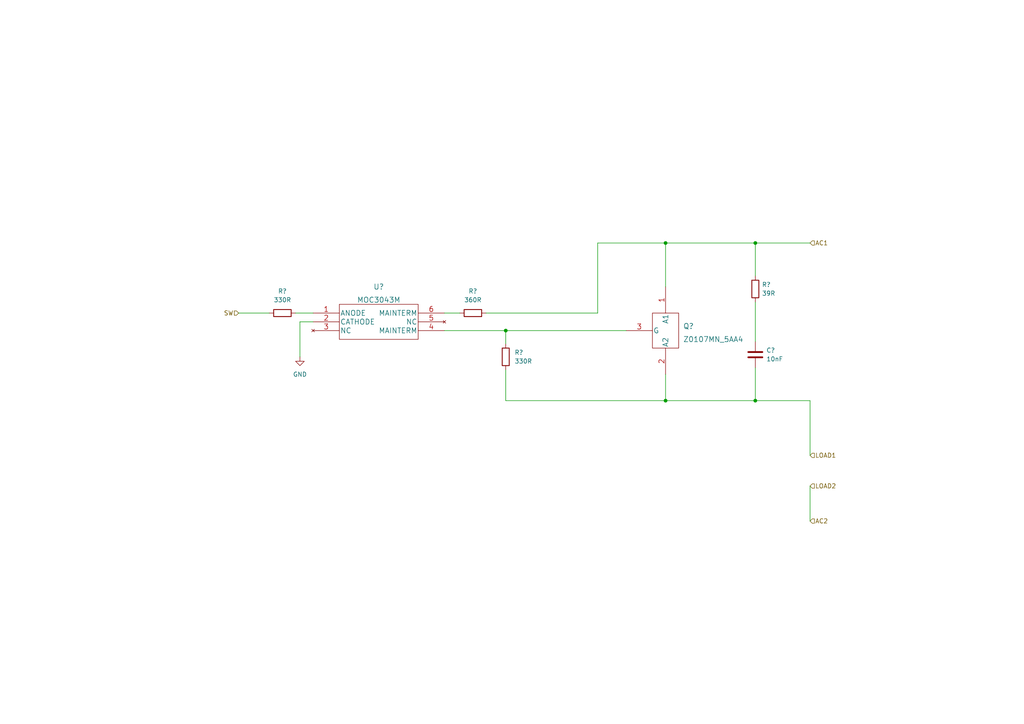
<source format=kicad_sch>
(kicad_sch (version 20211123) (generator eeschema)
  (paper "A4")
  (lib_symbols
    (symbol "Device:C" (pin_numbers hide) (pin_names (offset 0.254))
      (property "Reference" "C" (at 0.635 2.54 0))
      (property "Value" "C" (at 0.635 -2.54 0))
      (symbol "C_0_1"
        (polyline (pts (xy -2.032 -0.762) (xy 2.032 -0.762)) (stroke (width 0.508)))
        (polyline (pts (xy -2.032 0.762) (xy 2.032 0.762)) (stroke (width 0.508)))
      )
      (symbol "C_1_1"
        (pin passive line (at 0 3.81 270) (length 2.794) (name "~") (number "1"))
        (pin passive line (at 0 -3.81 90) (length 2.794) (name "~") (number "2"))
      )
    )
    (symbol "Device:R" (pin_numbers hide) (pin_names (offset 0))
      (property "Reference" "R" (at 2.032 0 90))
      (property "Value" "R" (at 0 0 90))
      (symbol "R_0_1"
        (rectangle (start -1.016 -2.54) (end 1.016 2.54) (stroke (width 0.254)))
      )
      (symbol "R_1_1"
        (pin passive line (at 0 3.81 270) (length 1.27) (name "~") (number "1"))
        (pin passive line (at 0 -3.81 90) (length 1.27) (name "~") (number "2"))
      )
    )
    (symbol "librew:MOC3043M" (pin_names (offset 0.254))
      (property "Reference" "U?" (at -10.16 6.35 0))
      (property "Value" "MOC3043M" (at 6.35 -6.35 0))
      (symbol "MOC3043M_0_1"
        (rectangle (start -11.43 5.08) (end 11.43 -5.08))
      )
      (symbol "MOC3043M_1_1"
        (pin input line (at -19.05 2.54 0) (length 7.62) (name "ANODE") (number "1"))
        (pin output line (at -19.05 0 0) (length 7.62) (name "CATHODE") (number "2"))
        (pin no_connect line (at -19.05 -2.54 0) (length 7.62) (name "NC") (number "3"))
        (pin input line (at 19.05 -2.54 180) (length 7.62) (name "MAINTERM") (number "4"))
        (pin no_connect line (at 19.05 0 180) (length 7.62) (name "NC") (number "5"))
        (pin input line (at 19.05 2.54 180) (length 7.62) (name "MAINTERM") (number "6"))
      )
    )
    (symbol "librew:Z0107MN_5AA4" (pin_names (offset 0.254))
      (property "Reference" "Q?" (at -2.54 6.35 0))
      (property "Value" "Z0107MN_5AA4" (at 8.89 -6.35 0))
      (symbol "Z0107MN_5AA4_1_1"
        (rectangle (start -3.81 5.08) (end 3.81 -5.08))
        (pin unspecified line (at 0 12.7 270) (length 7.62) (name "A1") (number "1"))
        (pin unspecified line (at 0 -12.7 90) (length 7.62) (name "A2") (number "2"))
        (pin unspecified line (at -11.43 0 0) (length 7.62) (name "G") (number "3"))
      )
    )
    (symbol "power:GND" (power) (pin_names (offset 0))
      (property "Value" "GND" (at 0 -3.81 0))
      (symbol "GND_0_1"
        (polyline (pts (xy 0 0) (xy 0 -1.27) (xy 1.27 -1.27) (xy 0 -2.54) (xy -1.27 -1.27) (xy 0 -1.27)))
      )
      (symbol "GND_1_1"
        (pin power_in line (at 0 0 270) (length 0) hide (name "GND") (number "1"))
      )
    )
  )
  (junction (at 146.685 95.885))
  (junction (at 193.04 116.205))
  (junction (at 219.075 70.485))
  (junction (at 219.075 116.205))
  (junction (at 193.04 70.485))
  (wire (pts (xy 85.725 90.805) (xy 90.805 90.805)))
  (wire (pts (xy 234.95 140.97) (xy 234.95 151.13)))
  (wire (pts (xy 86.995 103.505) (xy 86.995 93.345)))
  (wire (pts (xy 146.685 95.885) (xy 181.61 95.885)))
  (wire (pts (xy 140.97 90.805) (xy 173.355 90.805)))
  (wire (pts (xy 193.04 116.205) (xy 219.075 116.205)))
  (wire (pts (xy 219.075 87.63) (xy 219.075 99.06)))
  (wire (pts (xy 219.075 70.485) (xy 219.075 80.01)))
  (wire (pts (xy 173.355 90.805) (xy 173.355 70.485)))
  (wire (pts (xy 146.685 107.315) (xy 146.685 116.205)))
  (wire (pts (xy 193.04 70.485) (xy 193.04 83.185)))
  (wire (pts (xy 173.355 70.485) (xy 193.04 70.485)))
  (wire (pts (xy 128.905 90.805) (xy 133.35 90.805)))
  (wire (pts (xy 219.075 106.68) (xy 219.075 116.205)))
  (wire (pts (xy 146.685 95.885) (xy 146.685 99.695)))
  (wire (pts (xy 219.075 70.485) (xy 234.95 70.485)))
  (wire (pts (xy 146.685 116.205) (xy 193.04 116.205)))
  (wire (pts (xy 69.215 90.805) (xy 78.105 90.805)))
  (wire (pts (xy 193.04 70.485) (xy 219.075 70.485)))
  (wire (pts (xy 234.95 116.205) (xy 234.95 132.08)))
  (wire (pts (xy 128.905 95.885) (xy 146.685 95.885)))
  (wire (pts (xy 86.995 93.345) (xy 90.805 93.345)))
  (wire (pts (xy 193.04 108.585) (xy 193.04 116.205)))
  (wire (pts (xy 219.075 116.205) (xy 234.95 116.205)))
  (hierarchical_label "AC2" (shape input) (at 234.95 151.13 0))
  (hierarchical_label "SW" (shape input) (at 69.215 90.805 180))
  (hierarchical_label "LOAD2" (shape input) (at 234.95 140.97 0))
  (hierarchical_label "LOAD1" (shape input) (at 234.95 132.08 0))
  (hierarchical_label "AC1" (shape input) (at 234.95 70.485 0))
  (symbol (lib_id "power:GND") (at 86.995 103.505 0) (unit 1)
    (property "Reference" "#PWR?" (effects hide))
    (property "Value" "GND" (at 86.995 108.585 0))
  )
  (symbol (lib_id "Device:R") (at 137.16 90.805 90) (unit 1)
    (property "Reference" "R?" (at 137.16 84.455 90))
    (property "Value" "360R" (at 137.16 86.995 90))
  )
  (symbol (lib_id "Device:R") (at 146.685 103.505 180) (unit 1)
    (property "Reference" "R?" (at 149.225 102.2349 0) (effects (justify right)))
    (property "Value" "330R" (at 149.225 104.7749 0) (effects (justify right)))
  )
  (symbol (lib_id "Device:R") (at 219.075 83.82 180) (unit 1)
    (property "Reference" "R?" (at 220.98 82.5499 0) (effects (justify right)))
    (property "Value" "39R" (at 220.98 85.0899 0) (effects (justify right)))
  )
  (symbol (lib_id "librew:MOC3043M") (at 109.855 93.345 0) (unit 1)
    (property "Reference" "U?" (at 109.855 83.185 0) (effects (font (size 1.524 1.524))))
    (property "Value" "MOC3043M" (at 109.855 86.995 0) (effects (font (size 1.524 1.524))))
    (property "Footprint" "librew:MOC3043M" (effects hide))
  )
  (symbol (lib_id "librew:Z0107MN_5AA4") (at 193.04 95.885 0) (unit 1)
    (property "Reference" "Q?" (at 198.12 94.615 0) (effects (font (size 1.524 1.524)) (justify left)))
    (property "Value" "Z0107MN_5AA4" (at 198.12 98.425 0) (effects (font (size 1.524 1.524)) (justify left)))
    (property "Footprint" "librew:Z0107MN 5AA4" (effects hide))
  )
  (symbol (lib_id "Device:C") (at 219.075 102.87 0) (unit 1)
    (property "Reference" "C?" (at 222.25 101.5999 0) (effects (justify left)))
    (property "Value" "10nF" (at 222.25 104.1399 0) (effects (justify left)))
  )
  (symbol (lib_id "Device:R") (at 81.915 90.805 90) (unit 1)
    (property "Reference" "R?" (at 81.915 84.455 90))
    (property "Value" "330R" (at 81.915 86.995 90))
  )
)
</source>
